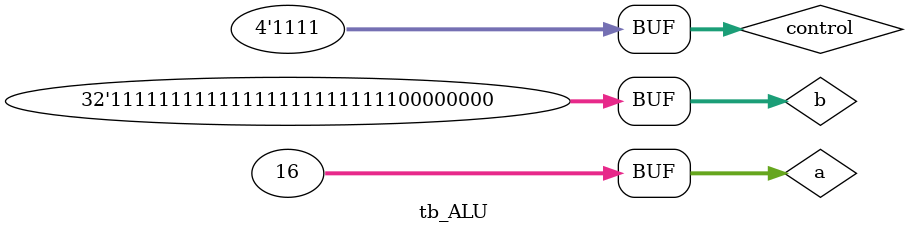
<source format=v>
`timescale 1ns / 1ps

module tb_ALU();

    reg [31:0]  a, b;   
    reg [3:0]   control;
    wire[31:0]  result;
    wire        zeroFlag;
    wire        overflow;            
    
    ALU alu(a, b, control, result, zeroFlag, overflow);

    initial begin
        control = 4'b0000;     // ADD
        a       = 32'd1;
        b       = 32'd2;
        #10;
        
        control = 4'b0000;     // ADD with overflow
        a       = 32'hFFFF_FFFF;
        b       = 32'h0000_0001;
        #10;
        
        control = 4'b0100;  // SUB
        a       = 32'd2;
        b       = 32'd1;
        #10;
        
        control = 4'b0100;  // SUB with zeroflag
        a       = 32'd2;
        b       = 32'd2;
        #10;
        
        control = 4'b0100;  // SUB with overflow
        a       = 32'd2;
        b       = 32'd3;
        #10;
        
        control = 4'b0001;  // AND
        a       = 32'hCCCC_CCCC;
        b       = 32'hAAAA_AAAA;
        #10; 
        
        control = 4'b0101;  // OR 
        a       = 32'hCCCC_CCCC;
        b       = 32'hAAAA_AAAA;
        #10;
        
        control = 4'b0010;  // XOR
        a       = 32'h3333_3333;
        b       = 32'hff00_5555;
        #10;
        
        control = 4'b0110;  // LUI
        a       = 32'h3333_3333;
        b       = 32'hff00_5555;
        #10;
        
        control = 4'b0011;  // SLL
        a       = 32'h0000_000F;
        b       = 32'hFFFF_FFFF;
        #10;  
                
        control = 4'b0111;  // SRL 
        a       = 32'h0000_000F;
        b       = 32'hFFFF_FFFF;
        #10;
        
        control = 4'b1011;  // SLA 
        a       = 32'h0000_0004;
        b       = 32'h80AB_CDEF;
        #10;
        
        control = 4'b1111;  // SRA
        a       = 32'h0000_0010;
        b       = 32'h7F00_0000;
        #10;
        
        control = 4'b1111;  // SRA Again
        a       = 32'h0000_0010;
        b       = 32'hFFFF_FF00;
        #10;        
    end
    
endmodule

</source>
